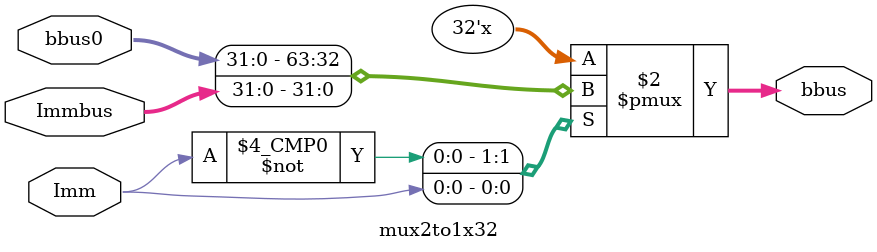
<source format=v>
module Project6(ibus,clk,abus,bbus,dbus);
input [31:0]ibus;
input clk;
output [31:0] abus,bbus,dbus;

wire [31:0] Aselect,Bselect,Dselect,Immbus,Immbus1,abus0,bbus0,bbus1,Dselect0,Dselect1,ibus0,dbus2,Dselect2;
wire [2:0] S,S0;
wire Imm,Cin,V,Cout,Imm0,Cin0;
//module ff32(clk,in,out);
ff32 ff1(clk,ibus,ibus0);
//module op(ibus,Imm,Cin,S);
op d1(ibus0,Imm0,Cin0,S0);

//decoder5to32(in,out); 
decoder5to32 b1(ibus0[25:21],Aselect);
decoder5to32 b2(ibus0[20:16],Bselect);
decoder5to32 b3(ibus0[15:11],Dselect0);

//module ff5(clk,Iin,Sin,Cin,Iout,Sout,Cout);
ff5 g1(clk,Imm0,S0,Cin0,Imm,S,Cin);

//module mux2to1x32(bbus0,Immbus,Imm,bbus);
mux2to1x32 mux2(Dselect0,Bselect,~Imm0,Dselect1);

//module signExt(in,out);0
signExt se1(ibus0[15:0],Immbus);

//module Project4(Aselect,Bselect,Dselect,clk,abus,bbus,dbus);
Project4 RegFile1(Aselect,Bselect,Dselect2,clk,abus0,bbus0,dbus2);


//module ff5(clk,Iin,Sin,Cin,Iout,Sout,Cout);
ff5 walls(clk,Imm0,S0,Cin0,Imm,S,Cin);
//module ff32(clk,in,out);
ff32 walld(clk,Dselect1,Dselect2);
//module ff32(clk,in,out);
ff32 walla(clk,abus0,abus);
//module ff32(clk,in,out);
ff32 wallb(clk,bbus0,bbus1);
//module ff32(clk,in,out);
ff32 wallimm(clk,Immbus,Immbus1);




//module mux2to1x32(bbus0,Immbus,Imm,bbus);
mux2to1x32 mux1(bbus1,Immbus1,~Imm,bbus);

//module project2b(a,b,d,S,V,Cin,Cout);
project2b alu1(abus,bbus,dbus2,S,V,Cin,Cout);

//module ff32(clk,in,out);
ff32 ff2(clk,dbus2,dbus);

endmodule



module signExt(in,out);
input [15:0]in;
output reg [31:0]out;

always @(*)
begin 
if (in[15]==1'b1)
begin
out[31:16] = 16'hffff;
out[15:0] = in;
end
else if (in[15]==1'b0)
begin
out[31:16] = 16'h0000;
out[15:0] = in;
end
else
begin
out[31:16] = 16'h0000;
out[15:0] = in;
end
end
endmodule 


module mux2to1x32(bbus0,Immbus,Imm,bbus);
input Imm;
input [31:0]Immbus,bbus0;
output reg [31:0]bbus;

always@(*)
begin
case(Imm)
1'b0:bbus=bbus0;
1'b1:bbus=Immbus;
endcase
end
endmodule 
</source>
